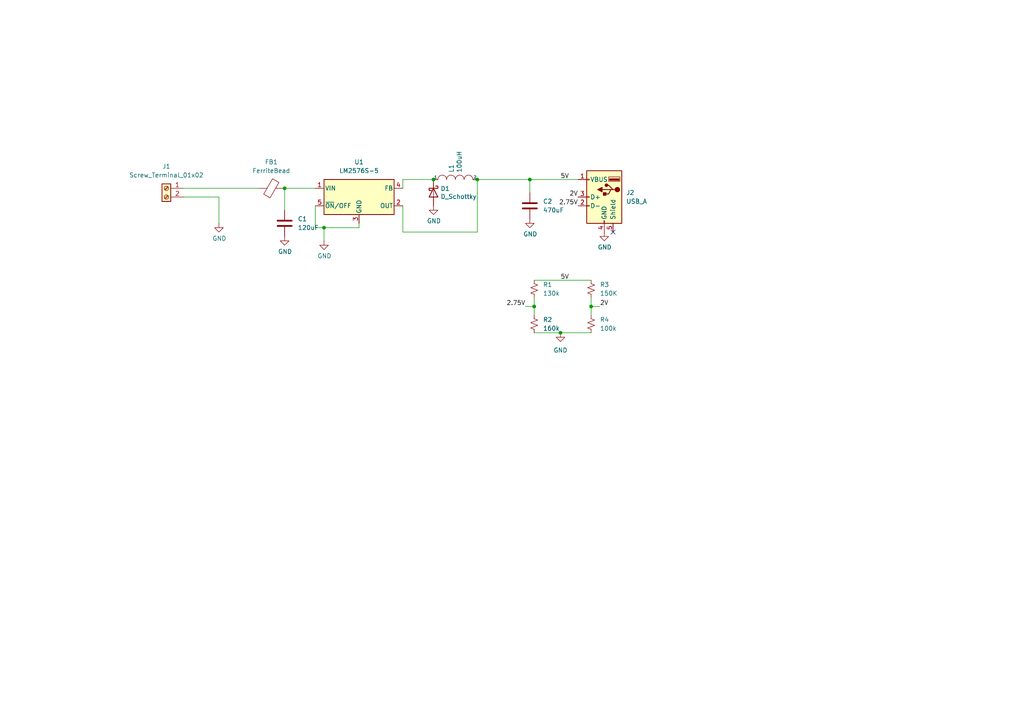
<source format=kicad_sch>
(kicad_sch (version 20211123) (generator eeschema)
  (paper "A4")
  (title_block (title "Laptop battery to phone charger Dc to Dc Converter"))
  (lib_symbols
    (symbol "Connector:Screw_Terminal_01x02" (pin_names (offset 1.016) hide)
      (property "Reference" "J" (at 0 2.54 0))
      (property "Value" "Screw_Terminal_01x02" (at 0 -5.08 0))
      (symbol "Screw_Terminal_01x02_1_1"
        (rectangle (start -1.27 1.27) (end 1.27 -3.81) (stroke (width 0.254)) (fill (type background)))
        (circle (center 0 -2.54) (radius 0.635) (stroke (width 0.1524)))
        (polyline (pts (xy -0.5334 -2.2098) (xy 0.3302 -3.048)) (stroke (width 0.1524)))
        (polyline (pts (xy -0.5334 0.3302) (xy 0.3302 -0.508)) (stroke (width 0.1524)))
        (polyline (pts (xy -0.3556 -2.032) (xy 0.508 -2.8702)) (stroke (width 0.1524)))
        (polyline (pts (xy -0.3556 0.508) (xy 0.508 -0.3302)) (stroke (width 0.1524)))
        (circle (center 0 0) (radius 0.635) (stroke (width 0.1524)))
        (pin passive line (at -5.08 0 0) (length 3.81) (name "Pin_1") (number "1"))
        (pin passive line (at -5.08 -2.54 0) (length 3.81) (name "Pin_2") (number "2"))
      )
    )
    (symbol "Connector:USB_A" (pin_names (offset 1.016))
      (property "Reference" "J" (at -5.08 11.43 0))
      (property "Value" "USB_A" (at -5.08 8.89 0))
      (symbol "USB_A_0_1"
        (rectangle (start -5.08 -7.62) (end 5.08 7.62) (stroke (width 0.254)) (fill (type background)))
        (circle (center -3.81 2.159) (radius 0.635) (stroke (width 0.254)) (fill (type outline)))
        (rectangle (start -1.524 4.826) (end -4.318 5.334) (fill (type outline)))
        (rectangle (start -1.27 4.572) (end -4.572 5.842))
        (circle (center -0.635 3.429) (radius 0.381) (stroke (width 0.254)) (fill (type outline)))
        (rectangle (start -0.127 -7.62) (end 0.127 -6.858))
        (polyline (pts (xy -3.175 2.159) (xy -2.54 2.159) (xy -1.27 3.429) (xy -0.635 3.429)) (stroke (width 0.254)))
        (polyline (pts (xy -2.54 2.159) (xy -1.905 2.159) (xy -1.27 0.889) (xy 0 0.889)) (stroke (width 0.254)))
        (polyline (pts (xy 0.635 2.794) (xy 0.635 1.524) (xy 1.905 2.159) (xy 0.635 2.794)) (stroke (width 0.254)) (fill (type outline)))
        (rectangle (start 0.254 1.27) (end -0.508 0.508) (stroke (width 0.254)) (fill (type outline)))
        (rectangle (start 5.08 -2.667) (end 4.318 -2.413))
        (rectangle (start 5.08 -0.127) (end 4.318 0.127))
        (rectangle (start 5.08 4.953) (end 4.318 5.207))
      )
      (symbol "USB_A_1_1"
        (polyline (pts (xy -1.905 2.159) (xy 0.635 2.159)) (stroke (width 0.254)))
        (pin power_in line (at 7.62 5.08 180) (length 2.54) (name "VBUS") (number "1"))
        (pin bidirectional line (at 7.62 -2.54 180) (length 2.54) (name "D-") (number "2"))
        (pin bidirectional line (at 7.62 0 180) (length 2.54) (name "D+") (number "3"))
        (pin power_in line (at 0 -10.16 90) (length 2.54) (name "GND") (number "4"))
        (pin passive line (at -2.54 -10.16 90) (length 2.54) (name "Shield") (number "5"))
      )
    )
    (symbol "Device:C" (pin_numbers hide) (pin_names (offset 0.254))
      (property "Reference" "C" (at 0.635 2.54 0))
      (property "Value" "C" (at 0.635 -2.54 0))
      (symbol "C_0_1"
        (polyline (pts (xy -2.032 -0.762) (xy 2.032 -0.762)) (stroke (width 0.508)))
        (polyline (pts (xy -2.032 0.762) (xy 2.032 0.762)) (stroke (width 0.508)))
      )
      (symbol "C_1_1"
        (pin passive line (at 0 3.81 270) (length 2.794) (name "~") (number "1"))
        (pin passive line (at 0 -3.81 90) (length 2.794) (name "~") (number "2"))
      )
    )
    (symbol "Device:D_Schottky" (pin_numbers hide) (pin_names (offset 1.016) hide)
      (property "Reference" "D" (at 0 2.54 0))
      (property "Value" "D_Schottky" (at 0 -2.54 0))
      (symbol "D_Schottky_0_1"
        (polyline (pts (xy 1.27 0) (xy -1.27 0)))
        (polyline (pts (xy 1.27 1.27) (xy 1.27 -1.27) (xy -1.27 0) (xy 1.27 1.27)) (stroke (width 0.254)))
        (polyline (pts (xy -1.905 0.635) (xy -1.905 1.27) (xy -1.27 1.27) (xy -1.27 -1.27) (xy -0.635 -1.27) (xy -0.635 -0.635)) (stroke (width 0.254)))
      )
      (symbol "D_Schottky_1_1"
        (pin passive line (at -3.81 0 0) (length 2.54) (name "K") (number "1"))
        (pin passive line (at 3.81 0 180) (length 2.54) (name "A") (number "2"))
      )
    )
    (symbol "Device:FerriteBead" (pin_numbers hide) (pin_names (offset 0))
      (property "Reference" "FB" (at -3.81 0.635 90))
      (property "Value" "FerriteBead" (at 3.81 0 90))
      (symbol "FerriteBead_0_1"
        (polyline (pts (xy 0 -1.27) (xy 0 -1.2192)))
        (polyline (pts (xy 0 1.27) (xy 0 1.2954)))
        (polyline (pts (xy -2.7686 0.4064) (xy -1.7018 2.2606) (xy 2.7686 -0.3048) (xy 1.6764 -2.159) (xy -2.7686 0.4064)))
      )
      (symbol "FerriteBead_1_1"
        (pin passive line (at 0 3.81 270) (length 2.54) (name "~") (number "1"))
        (pin passive line (at 0 -3.81 90) (length 2.54) (name "~") (number "2"))
      )
    )
    (symbol "Device:R_Small_US" (pin_numbers hide) (pin_names (offset 0.254) hide)
      (property "Reference" "R" (at 0.762 0.508 0))
      (property "Value" "R_Small_US" (at 0.762 -1.016 0))
      (symbol "R_Small_US_1_1"
        (polyline (pts (xy 0 0) (xy 1.016 -0.381) (xy 0 -0.762) (xy -1.016 -1.143) (xy 0 -1.524)))
        (polyline (pts (xy 0 1.524) (xy 1.016 1.143) (xy 0 0.762) (xy -1.016 0.381) (xy 0 0)))
        (pin passive line (at 0 2.54 270) (length 1.016) (name "~") (number "1"))
        (pin passive line (at 0 -2.54 90) (length 1.016) (name "~") (number "2"))
      )
    )
    (symbol "Regulator_Switching:LM2576S-5" (pin_names (offset 0.254))
      (property "Reference" "U" (at -10.16 6.35 0))
      (property "Value" "LM2576S-5" (at 0 6.35 0))
      (symbol "LM2576S-5_0_1"
        (rectangle (start -10.16 5.08) (end 10.16 -5.08) (stroke (width 0.254)) (fill (type background)))
      )
      (symbol "LM2576S-5_1_1"
        (pin power_in line (at -12.7 2.54 0) (length 2.54) (name "VIN") (number "1"))
        (pin output line (at 12.7 -2.54 180) (length 2.54) (name "OUT") (number "2"))
        (pin power_in line (at 0 -7.62 90) (length 2.54) (name "GND") (number "3"))
        (pin input line (at 12.7 2.54 180) (length 2.54) (name "FB") (number "4"))
        (pin input line (at -12.7 -2.54 0) (length 2.54) (name "~{ON}/OFF") (number "5"))
      )
    )
    (symbol "power:GND" (power) (pin_names (offset 0))
      (property "Value" "GND" (at 0 -3.81 0))
      (symbol "GND_0_1"
        (polyline (pts (xy 0 0) (xy 0 -1.27) (xy 1.27 -1.27) (xy 0 -2.54) (xy -1.27 -1.27) (xy 0 -1.27)))
      )
      (symbol "GND_1_1"
        (pin power_in line (at 0 0 270) (length 0) hide (name "GND") (number "1"))
      )
    )
    (symbol "pspice:INDUCTOR" (pin_numbers hide) (pin_names (offset 0))
      (property "Reference" "L" (at 0 2.54 0))
      (property "Value" "INDUCTOR" (at 0 -1.27 0))
      (symbol "INDUCTOR_0_1"
        (arc (start -2.54 0) (mid -3.81 1.27) (end -5.08 0))
        (arc (start 0 0) (mid -1.27 1.27) (end -2.54 0))
        (arc (start 2.54 0) (mid 1.27 1.27) (end 0 0))
        (arc (start 5.08 0) (mid 3.81 1.27) (end 2.54 0))
      )
      (symbol "INDUCTOR_1_1"
        (pin input line (at -6.35 0 0) (length 1.27) (name "1") (number "1"))
        (pin input line (at 6.35 0 180) (length 1.27) (name "2") (number "2"))
      )
    )
  )
  (junction (at 162.56 96.52))
  (junction (at 138.43 52.07))
  (junction (at 154.94 88.9))
  (junction (at 93.98 66.04))
  (junction (at 82.55 54.61))
  (junction (at 125.73 52.07))
  (junction (at 153.67 52.07))
  (junction (at 171.45 88.9))
  (no_connect (at 177.8 67.31))
  (wire (pts (xy 63.5 57.15) (xy 63.5 64.77)))
  (wire (pts (xy 93.98 69.85) (xy 93.98 66.04)))
  (wire (pts (xy 162.56 96.52) (xy 171.45 96.52)))
  (wire (pts (xy 91.44 59.69) (xy 91.44 66.04)))
  (wire (pts (xy 104.14 66.04) (xy 104.14 64.77)))
  (wire (pts (xy 154.94 86.36) (xy 154.94 88.9)))
  (wire (pts (xy 116.84 52.07) (xy 125.73 52.07)))
  (wire (pts (xy 116.84 52.07) (xy 116.84 54.61)))
  (wire (pts (xy 91.44 54.61) (xy 82.55 54.61)))
  (wire (pts (xy 116.84 67.31) (xy 116.84 59.69)))
  (wire (pts (xy 167.64 52.07) (xy 153.67 52.07)))
  (wire (pts (xy 91.44 66.04) (xy 93.98 66.04)))
  (wire (pts (xy 53.34 57.15) (xy 63.5 57.15)))
  (wire (pts (xy 53.34 54.61) (xy 74.93 54.61)))
  (wire (pts (xy 138.43 52.07) (xy 153.67 52.07)))
  (wire (pts (xy 138.43 67.31) (xy 116.84 67.31)))
  (wire (pts (xy 171.45 88.9) (xy 173.99 88.9)))
  (wire (pts (xy 154.94 88.9) (xy 154.94 91.44)))
  (wire (pts (xy 154.94 81.28) (xy 171.45 81.28)))
  (wire (pts (xy 171.45 88.9) (xy 171.45 91.44)))
  (wire (pts (xy 154.94 96.52) (xy 162.56 96.52)))
  (wire (pts (xy 93.98 66.04) (xy 104.14 66.04)))
  (wire (pts (xy 153.67 55.88) (xy 153.67 52.07)))
  (wire (pts (xy 171.45 86.36) (xy 171.45 88.9)))
  (wire (pts (xy 82.55 60.96) (xy 82.55 54.61)))
  (wire (pts (xy 138.43 52.07) (xy 138.43 67.31)))
  (wire (pts (xy 152.4 88.9) (xy 154.94 88.9)))
  (label "2V" (at 167.64 57.15 180))
  (label "5V" (at 162.56 52.07 0))
  (label "5V" (at 162.56 81.28 0))
  (label "2.75V" (at 152.4 88.9 180))
  (label "2.75V" (at 167.64 59.69 180))
  (label "2V" (at 173.99 88.9 0))
  (symbol (lib_id "power:GND") (at 63.5 64.77 0) (unit 1)
    (property "Reference" "#PWR0103" (effects hide))
    (property "Value" "GND" (at 63.627 69.1642 0))
  )
  (symbol (lib_id "pspice:INDUCTOR") (at 132.08 52.07 0) (unit 1)
    (property "Reference" "L1" (at 130.9116 50.0888 90) (effects (justify left)))
    (property "Value" "100uH" (at 133.223 50.0888 90) (effects (justify left)))
    (property "Footprint" "Inductor_SMD:L_28x25mm_H20.5mm" (effects hide))
    (property "Datasheet" "https://industrial.panasonic.com/cdbs/www-data/pdf/AAB8000/AAB8000C177.pdf" (effects hide))
  )
  (symbol (lib_id "Device:D_Schottky") (at 125.73 55.88 270) (unit 1)
    (property "Reference" "D1" (at 127.762 54.7116 90) (effects (justify left)))
    (property "Value" "D_Schottky" (at 127.762 57.023 90) (effects (justify left)))
    (property "Footprint" "Diode_THT:D_DO-15_P15.24mm_Horizontal" (effects hide))
    (property "Datasheet" "https://www.st.com/content/ccc/resource/technical/document/datasheet/d8/3f/72/85/bc/90/4e/f7/CD00001626.pdf/files/CD00001626.pdf/jcr:content/translations/en.CD00001626.pdf" (effects hide))
  )
  (symbol (lib_id "power:GND") (at 153.67 63.5 0) (unit 1)
    (property "Reference" "#PWR0101" (effects hide))
    (property "Value" "GND" (at 153.797 67.8942 0))
  )
  (symbol (lib_id "power:GND") (at 125.73 59.69 0) (unit 1)
    (property "Reference" "#PWR0104" (effects hide))
    (property "Value" "GND" (at 125.857 64.0842 0))
  )
  (symbol (lib_id "power:GND") (at 175.26 67.31 0) (unit 1)
    (property "Reference" "#PWR0105" (effects hide))
    (property "Value" "GND" (at 175.387 71.7042 0))
  )
  (symbol (lib_id "power:GND") (at 93.98 69.85 0) (unit 1)
    (property "Reference" "#PWR0102" (effects hide))
    (property "Value" "GND" (at 94.107 74.2442 0))
  )
  (symbol (lib_id "power:GND") (at 82.55 68.58 0) (unit 1)
    (property "Reference" "#PWR0106" (effects hide))
    (property "Value" "GND" (at 82.677 72.9742 0))
  )
  (symbol (lib_id "Connector:USB_A") (at 175.26 57.15 0) (mirror y) (unit 1)
    (property "Reference" "J2" (at 181.61 55.8799 0) (effects (justify right)))
    (property "Value" "USB_A" (at 181.61 58.4199 0) (effects (justify right)))
    (property "Footprint" "Connector_USB:USB_A_Molex_67643_Horizontal" (effects hide))
    (property "Datasheet" "https://www.molex.com/pdm_docs/sd/676430910_sd.pdf" (effects hide))
  )
  (symbol (lib_id "Device:FerriteBead") (at 78.74 54.61 90) (unit 1)
    (property "Reference" "FB1" (at 78.6892 46.99 90))
    (property "Value" "FerriteBead" (at 78.6892 49.53 90))
    (property "Footprint" "Ferrite_THT:LairdTech_28C0236-0JW-10" (effects hide))
    (property "Datasheet" "https://media.digikey.com/pdf/Data%20Sheets/Laird%20Technologies/EMI_Filtering_and_RF_Inductors.pdf" (effects hide))
  )
  (symbol (lib_id "Device:R_Small_US") (at 171.45 83.82 0) (unit 1)
    (property "Reference" "R3" (at 173.99 82.5499 0) (effects (justify left)))
    (property "Value" "150K" (at 173.99 85.0899 0) (effects (justify left)))
    (property "Footprint" "Resistor_SMD:R_0805_2012Metric" (effects hide))
  )
  (symbol (lib_id "Device:R_Small_US") (at 154.94 83.82 0) (unit 1)
    (property "Reference" "R1" (at 157.48 82.5499 0) (effects (justify left)))
    (property "Value" "130k" (at 157.48 85.0899 0) (effects (justify left)))
    (property "Footprint" "Resistor_SMD:R_0805_2012Metric" (effects hide))
  )
  (symbol (lib_id "Connector:Screw_Terminal_01x02") (at 48.26 54.61 0) (mirror y) (unit 1)
    (property "Reference" "J1" (at 48.26 48.26 0))
    (property "Value" "Screw_Terminal_01x02" (at 48.26 50.8 0))
    (property "Footprint" "Package_SIP:2 Pin TB006-508 Terminal Block" (effects hide))
    (property "Datasheet" "https://www.cuidevices.com/product/resource/tb006-508.pdf" (effects hide))
  )
  (symbol (lib_id "Device:R_Small_US") (at 171.45 93.98 0) (unit 1)
    (property "Reference" "R4" (at 173.99 92.7099 0) (effects (justify left)))
    (property "Value" "100k" (at 173.99 95.2499 0) (effects (justify left)))
    (property "Footprint" "Resistor_SMD:R_0805_2012Metric" (effects hide))
  )
  (symbol (lib_id "Regulator_Switching:LM2576S-5") (at 104.14 57.15 0) (unit 1)
    (property "Reference" "U1" (at 104.14 46.99 0))
    (property "Value" "LM2576S-5" (at 104.14 49.53 0))
    (property "Footprint" "Package_TO_SOT_SMD:TO-263-5_TabPin3" (effects hide))
    (property "Datasheet" "http://www.ti.com/lit/ds/symlink/lm2576.pdf" (effects hide))
  )
  (symbol (lib_id "Device:C") (at 153.67 59.69 0) (unit 1)
    (property "Reference" "C2" (at 157.48 58.4199 0) (effects (justify left)))
    (property "Value" "470uF" (at 157.48 60.9599 0) (effects (justify left)))
    (property "Footprint" "Capacitor_THT:CP_Radial_D8.0mm_P3.50mm" (effects hide))
    (property "Datasheet" "https://www.we-online.com/katalog/datasheet/860160274021.pdf" (effects hide))
  )
  (symbol (lib_id "Device:R_Small_US") (at 154.94 93.98 0) (unit 1)
    (property "Reference" "R2" (at 157.48 92.7099 0) (effects (justify left)))
    (property "Value" "160k" (at 157.48 95.2499 0) (effects (justify left)))
    (property "Footprint" "Resistor_SMD:R_0805_2012Metric" (effects hide))
  )
  (symbol (lib_id "Device:C") (at 82.55 64.77 0) (unit 1)
    (property "Reference" "C1" (at 86.36 63.4999 0) (effects (justify left)))
    (property "Value" "120uF" (at 86.36 66.0399 0) (effects (justify left)))
    (property "Footprint" "Capacitor_THT:CP_Radial_D8.0mm_P3.50mm" (effects hide))
    (property "Datasheet" "https://www.chemi-con.co.jp/products/relatedfiles/capacitor/catalog/KZELL-e.PDF" (effects hide))
  )
  (symbol (lib_id "power:GND") (at 162.56 96.52 0) (unit 1)
    (property "Reference" "#PWR01" (effects hide))
    (property "Value" "GND" (at 162.56 101.6 0))
  )
)
</source>
